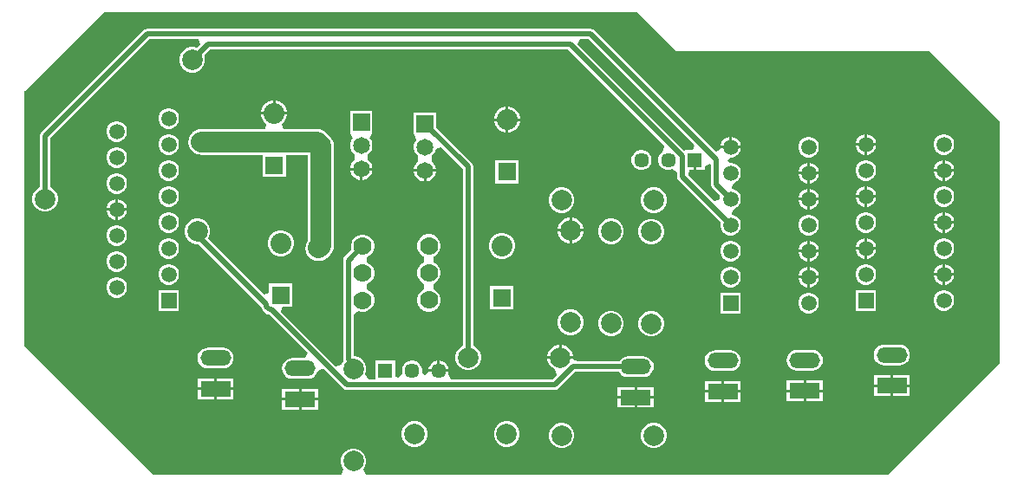
<source format=gbr>
%TF.GenerationSoftware,Altium Limited,Altium Designer,25.8.1 (18)*%
G04 Layer_Physical_Order=2*
G04 Layer_Color=16711680*
%FSLAX45Y45*%
%MOMM*%
%TF.SameCoordinates,5194DE87-2E3A-4D0E-B7FB-1F2D01658319*%
%TF.FilePolarity,Positive*%
%TF.FileFunction,Copper,L2,Bot,Signal*%
%TF.Part,Single*%
G01*
G75*
%TA.AperFunction,Conductor*%
%ADD10C,2.00000*%
%ADD11C,0.50000*%
%TA.AperFunction,ComponentPad*%
%ADD13O,3.00000X1.50000*%
%ADD14R,3.00000X1.50000*%
%ADD15C,1.50000*%
%ADD16C,2.00000*%
%ADD17C,1.65100*%
%ADD18C,1.45000*%
%ADD19R,1.45000X1.45000*%
%ADD20C,2.03200*%
%ADD21R,1.65100X1.65100*%
%ADD22C,1.77800*%
%ADD23R,1.77800X1.77800*%
%ADD24R,1.50000X1.50000*%
%TA.AperFunction,ViaPad*%
%ADD25C,2.00000*%
G36*
X9156700Y9220200D02*
X11633200D01*
X12319000Y8534400D01*
Y6172200D01*
X11226800Y5080000D01*
X6126453D01*
X6105742Y5130000D01*
X6107445Y5131703D01*
X6123954Y5160298D01*
X6132500Y5192191D01*
Y5225209D01*
X6123954Y5257103D01*
X6107445Y5285697D01*
X6084097Y5309045D01*
X6055502Y5325554D01*
X6023609Y5334100D01*
X5990591D01*
X5958698Y5325554D01*
X5930103Y5309045D01*
X5906755Y5285697D01*
X5890246Y5257103D01*
X5881700Y5225209D01*
Y5192191D01*
X5890246Y5160298D01*
X5906755Y5131703D01*
X5908458Y5130000D01*
X5887747Y5080000D01*
X4051300D01*
X2794000Y6337300D01*
Y8826500D01*
X2802147D01*
X3576147Y9600500D01*
X3606800Y9601200D01*
X8775700D01*
X9156700Y9220200D01*
D02*
G37*
%LPC*%
G36*
X8325376Y9436287D02*
X3991421D01*
X3971756Y9432376D01*
X3955085Y9421236D01*
X2960864Y8427015D01*
X2949724Y8410344D01*
X2945813Y8390679D01*
Y7887531D01*
X2920203Y7872745D01*
X2896855Y7849397D01*
X2880346Y7820802D01*
X2871800Y7788909D01*
Y7755891D01*
X2880346Y7723998D01*
X2896855Y7695403D01*
X2920203Y7672055D01*
X2948798Y7655546D01*
X2980691Y7647000D01*
X3013709D01*
X3045602Y7655546D01*
X3074197Y7672055D01*
X3097545Y7695403D01*
X3114054Y7723998D01*
X3122600Y7755891D01*
Y7788909D01*
X3114054Y7820802D01*
X3097545Y7849397D01*
X3074197Y7872745D01*
X3048587Y7887531D01*
Y8369393D01*
X4012706Y9333513D01*
X4491129D01*
X4511840Y9283513D01*
X4477374Y9249046D01*
X4448809Y9256700D01*
X4415791D01*
X4383898Y9248154D01*
X4355303Y9231645D01*
X4331955Y9208297D01*
X4315446Y9179702D01*
X4306900Y9147809D01*
Y9114791D01*
X4315446Y9082898D01*
X4331955Y9054303D01*
X4355303Y9030955D01*
X4383898Y9014446D01*
X4415791Y9005900D01*
X4448809D01*
X4480702Y9014446D01*
X4509297Y9030955D01*
X4532645Y9054303D01*
X4549154Y9082898D01*
X4557700Y9114791D01*
Y9147809D01*
X4550046Y9176374D01*
X4605985Y9232313D01*
X8102821D01*
X9039502Y8295632D01*
X9040482Y8280099D01*
X9028120Y8236304D01*
X9020388Y8231840D01*
X9002161Y8213612D01*
X8989272Y8191288D01*
X8982600Y8166389D01*
Y8140611D01*
X8989272Y8115712D01*
X9002161Y8093388D01*
X9020388Y8075161D01*
X9042712Y8062272D01*
X9067611Y8055600D01*
X9093389D01*
X9116213Y8061716D01*
X9118424Y8062188D01*
X9166213Y8032642D01*
Y7990900D01*
X9170124Y7971235D01*
X9181264Y7954564D01*
X9592766Y7543061D01*
X9589700Y7531618D01*
Y7505182D01*
X9596542Y7479647D01*
X9609760Y7456753D01*
X9628453Y7438060D01*
X9651347Y7424842D01*
X9676882Y7418000D01*
X9703318D01*
X9728853Y7424842D01*
X9751747Y7438060D01*
X9770440Y7456753D01*
X9783658Y7479647D01*
X9790500Y7505182D01*
Y7531618D01*
X9783658Y7557153D01*
X9770440Y7580047D01*
X9751747Y7598740D01*
X9728853Y7611958D01*
X9706575Y7617927D01*
X9702492Y7620070D01*
X9701235Y7622000D01*
X9701655Y7632064D01*
X9724636Y7677712D01*
X9728853Y7678842D01*
X9751747Y7692060D01*
X9770440Y7710753D01*
X9783658Y7733647D01*
X9790500Y7759182D01*
Y7785618D01*
X9783658Y7811153D01*
X9770440Y7834047D01*
X9751747Y7852740D01*
X9728853Y7865958D01*
X9706575Y7871927D01*
X9702492Y7874070D01*
X9701235Y7876000D01*
X9701655Y7886064D01*
X9724636Y7931712D01*
X9728853Y7932842D01*
X9751747Y7946060D01*
X9770440Y7964753D01*
X9783658Y7987647D01*
X9790500Y8013182D01*
Y8039618D01*
X9783658Y8065153D01*
X9770440Y8088047D01*
X9751747Y8106740D01*
X9728853Y8119958D01*
X9703318Y8126800D01*
X9676882D01*
X9655841Y8153052D01*
X9655938Y8153174D01*
X9692501Y8180000D01*
X9703318D01*
X9728853Y8186842D01*
X9751747Y8200060D01*
X9770440Y8218753D01*
X9783658Y8241647D01*
X9790500Y8267182D01*
Y8267700D01*
X9589700D01*
Y8267182D01*
X9590880Y8262780D01*
X9546051Y8236898D01*
X8361713Y9421236D01*
X8345041Y9432376D01*
X8325376Y9436287D01*
D02*
G37*
G36*
X5249120Y8737600D02*
X5245100D01*
Y8623300D01*
X5359400D01*
Y8627320D01*
X5350745Y8659620D01*
X5334025Y8688580D01*
X5310380Y8712225D01*
X5281420Y8728945D01*
X5249120Y8737600D01*
D02*
G37*
G36*
X5219700D02*
X5215680D01*
X5183380Y8728945D01*
X5154420Y8712225D01*
X5130775Y8688580D01*
X5114055Y8659620D01*
X5105400Y8627320D01*
Y8623300D01*
X5219700D01*
Y8737600D01*
D02*
G37*
G36*
X7522420Y8674100D02*
X7518400D01*
Y8559800D01*
X7632700D01*
Y8563820D01*
X7624045Y8596120D01*
X7607325Y8625080D01*
X7583680Y8648725D01*
X7554720Y8665445D01*
X7522420Y8674100D01*
D02*
G37*
G36*
X7493000D02*
X7488980D01*
X7456680Y8665445D01*
X7427720Y8648725D01*
X7404075Y8625080D01*
X7387355Y8596120D01*
X7378700Y8563820D01*
Y8559800D01*
X7493000D01*
Y8674100D01*
D02*
G37*
G36*
X4216918Y8660200D02*
X4190482D01*
X4164947Y8653358D01*
X4142053Y8640140D01*
X4123360Y8621447D01*
X4110142Y8598553D01*
X4103300Y8573018D01*
Y8546582D01*
X4110142Y8521047D01*
X4123360Y8498153D01*
X4142053Y8479460D01*
X4164947Y8466242D01*
X4190482Y8459400D01*
X4216918D01*
X4242453Y8466242D01*
X4265347Y8479460D01*
X4284040Y8498153D01*
X4297258Y8521047D01*
X4304100Y8546582D01*
Y8573018D01*
X4297258Y8598553D01*
X4284040Y8621447D01*
X4265347Y8640140D01*
X4242453Y8653358D01*
X4216918Y8660200D01*
D02*
G37*
G36*
X7632700Y8534400D02*
X7518400D01*
Y8420100D01*
X7522420D01*
X7554720Y8428755D01*
X7583680Y8445475D01*
X7607325Y8469120D01*
X7624045Y8498080D01*
X7632700Y8530380D01*
Y8534400D01*
D02*
G37*
G36*
X7493000D02*
X7378700D01*
Y8530380D01*
X7387355Y8498080D01*
X7404075Y8469120D01*
X7427720Y8445475D01*
X7456680Y8428755D01*
X7488980Y8420100D01*
X7493000D01*
Y8534400D01*
D02*
G37*
G36*
X3708918Y8533200D02*
X3682482D01*
X3656947Y8526358D01*
X3634053Y8513140D01*
X3615360Y8494447D01*
X3602142Y8471553D01*
X3595300Y8446018D01*
Y8419582D01*
X3602142Y8394047D01*
X3615360Y8371153D01*
X3634053Y8352460D01*
X3656947Y8339242D01*
X3682482Y8332400D01*
X3708918D01*
X3734453Y8339242D01*
X3757347Y8352460D01*
X3776040Y8371153D01*
X3789258Y8394047D01*
X3796100Y8419582D01*
Y8446018D01*
X3789258Y8471553D01*
X3776040Y8494447D01*
X3757347Y8513140D01*
X3734453Y8526358D01*
X3708918Y8533200D01*
D02*
G37*
G36*
X11024118Y8406200D02*
X11023600D01*
Y8318500D01*
X11111300D01*
Y8319018D01*
X11104458Y8344553D01*
X11091240Y8367447D01*
X11072547Y8386140D01*
X11049653Y8399358D01*
X11024118Y8406200D01*
D02*
G37*
G36*
X10998200D02*
X10997682D01*
X10972147Y8399358D01*
X10949253Y8386140D01*
X10930560Y8367447D01*
X10917342Y8344553D01*
X10910500Y8319018D01*
Y8318500D01*
X10998200D01*
Y8406200D01*
D02*
G37*
G36*
X9703318Y8380800D02*
X9702800D01*
Y8293100D01*
X9790500D01*
Y8293618D01*
X9783658Y8319153D01*
X9770440Y8342047D01*
X9751747Y8360740D01*
X9728853Y8373958D01*
X9703318Y8380800D01*
D02*
G37*
G36*
X9677400D02*
X9676882D01*
X9651347Y8373958D01*
X9628453Y8360740D01*
X9609760Y8342047D01*
X9596542Y8319153D01*
X9589700Y8293618D01*
Y8293100D01*
X9677400D01*
Y8380800D01*
D02*
G37*
G36*
X11786118Y8406200D02*
X11759682D01*
X11734147Y8399358D01*
X11711253Y8386140D01*
X11692560Y8367447D01*
X11679342Y8344553D01*
X11672500Y8319018D01*
Y8292582D01*
X11679342Y8267047D01*
X11692560Y8244153D01*
X11711253Y8225460D01*
X11734147Y8212242D01*
X11759682Y8205400D01*
X11786118D01*
X11811653Y8212242D01*
X11834547Y8225460D01*
X11853240Y8244153D01*
X11866458Y8267047D01*
X11873300Y8292582D01*
Y8319018D01*
X11866458Y8344553D01*
X11853240Y8367447D01*
X11834547Y8386140D01*
X11811653Y8399358D01*
X11786118Y8406200D01*
D02*
G37*
G36*
X11111300Y8293100D02*
X11023600D01*
Y8205400D01*
X11024118D01*
X11049653Y8212242D01*
X11072547Y8225460D01*
X11091240Y8244153D01*
X11104458Y8267047D01*
X11111300Y8292582D01*
Y8293100D01*
D02*
G37*
G36*
X10998200D02*
X10910500D01*
Y8292582D01*
X10917342Y8267047D01*
X10930560Y8244153D01*
X10949253Y8225460D01*
X10972147Y8212242D01*
X10997682Y8205400D01*
X10998200D01*
Y8293100D01*
D02*
G37*
G36*
X4216918Y8406200D02*
X4190482D01*
X4164947Y8399358D01*
X4142053Y8386140D01*
X4123360Y8367447D01*
X4110142Y8344553D01*
X4103300Y8319018D01*
Y8292582D01*
X4110142Y8267047D01*
X4123360Y8244153D01*
X4142053Y8225460D01*
X4164947Y8212242D01*
X4190482Y8205400D01*
X4216918D01*
X4242453Y8212242D01*
X4265347Y8225460D01*
X4284040Y8244153D01*
X4297258Y8267047D01*
X4304100Y8292582D01*
Y8319018D01*
X4297258Y8344553D01*
X4284040Y8367447D01*
X4265347Y8386140D01*
X4242453Y8399358D01*
X4216918Y8406200D01*
D02*
G37*
G36*
X10465318Y8380800D02*
X10438882D01*
X10413347Y8373958D01*
X10390453Y8360740D01*
X10371760Y8342047D01*
X10358542Y8319153D01*
X10351700Y8293618D01*
Y8267182D01*
X10358542Y8241647D01*
X10371760Y8218753D01*
X10390453Y8200060D01*
X10413347Y8186842D01*
X10438882Y8180000D01*
X10465318D01*
X10490853Y8186842D01*
X10513747Y8200060D01*
X10532440Y8218753D01*
X10545658Y8241647D01*
X10552500Y8267182D01*
Y8293618D01*
X10545658Y8319153D01*
X10532440Y8342047D01*
X10513747Y8360740D01*
X10490853Y8373958D01*
X10465318Y8380800D01*
D02*
G37*
G36*
X3708918Y8279200D02*
X3682482D01*
X3656947Y8272358D01*
X3634053Y8259140D01*
X3615360Y8240447D01*
X3602142Y8217553D01*
X3595300Y8192018D01*
Y8165582D01*
X3602142Y8140047D01*
X3615360Y8117153D01*
X3634053Y8098460D01*
X3656947Y8085242D01*
X3682482Y8078400D01*
X3708918D01*
X3734453Y8085242D01*
X3757347Y8098460D01*
X3776040Y8117153D01*
X3789258Y8140047D01*
X3796100Y8165582D01*
Y8192018D01*
X3789258Y8217553D01*
X3776040Y8240447D01*
X3757347Y8259140D01*
X3734453Y8272358D01*
X3708918Y8279200D01*
D02*
G37*
G36*
X6191250Y8629650D02*
X5975350D01*
Y8413750D01*
X5980575D01*
X6001286Y8363750D01*
X5996919Y8359383D01*
X5982707Y8334767D01*
X5975350Y8307312D01*
Y8278888D01*
X5982707Y8251433D01*
X5996919Y8226817D01*
X6017017Y8206719D01*
Y8150881D01*
X5996919Y8130783D01*
X5982707Y8106167D01*
X5975350Y8078712D01*
Y8077200D01*
X6083300D01*
X6191250D01*
Y8078712D01*
X6183893Y8106167D01*
X6169681Y8130783D01*
X6149583Y8150881D01*
X6149583Y8206719D01*
X6169681Y8226817D01*
X6183893Y8251433D01*
X6191250Y8278888D01*
Y8307312D01*
X6183893Y8334767D01*
X6169681Y8359383D01*
X6165314Y8363750D01*
X6186025Y8413750D01*
X6191250D01*
Y8629650D01*
D02*
G37*
G36*
X11786118Y8152200D02*
X11785600D01*
Y8064500D01*
X11873300D01*
Y8065018D01*
X11866458Y8090553D01*
X11853240Y8113447D01*
X11834547Y8132140D01*
X11811653Y8145358D01*
X11786118Y8152200D01*
D02*
G37*
G36*
X11760200D02*
X11759682D01*
X11734147Y8145358D01*
X11711253Y8132140D01*
X11692560Y8113447D01*
X11679342Y8090553D01*
X11672500Y8065018D01*
Y8064500D01*
X11760200D01*
Y8152200D01*
D02*
G37*
G36*
X8833389Y8251400D02*
X8807611D01*
X8782712Y8244728D01*
X8760388Y8231840D01*
X8742161Y8213612D01*
X8729272Y8191288D01*
X8722600Y8166389D01*
Y8140611D01*
X8729272Y8115712D01*
X8742161Y8093388D01*
X8760388Y8075161D01*
X8782712Y8062272D01*
X8807611Y8055600D01*
X8833389D01*
X8858288Y8062272D01*
X8880612Y8075161D01*
X8898839Y8093388D01*
X8911728Y8115712D01*
X8918400Y8140611D01*
Y8166389D01*
X8911728Y8191288D01*
X8898839Y8213612D01*
X8880612Y8231840D01*
X8858288Y8244728D01*
X8833389Y8251400D01*
D02*
G37*
G36*
X10465318Y8126800D02*
X10464800D01*
Y8039100D01*
X10552500D01*
Y8039618D01*
X10545658Y8065153D01*
X10532440Y8088047D01*
X10513747Y8106740D01*
X10490853Y8119958D01*
X10465318Y8126800D01*
D02*
G37*
G36*
X10439400D02*
X10438882D01*
X10413347Y8119958D01*
X10390453Y8106740D01*
X10371760Y8088047D01*
X10358542Y8065153D01*
X10351700Y8039618D01*
Y8039100D01*
X10439400D01*
Y8126800D01*
D02*
G37*
G36*
X6191250Y8051800D02*
X6096000D01*
Y7956550D01*
X6097512D01*
X6124967Y7963907D01*
X6149583Y7978119D01*
X6169681Y7998217D01*
X6183893Y8022833D01*
X6191250Y8050288D01*
Y8051800D01*
D02*
G37*
G36*
X6070600D02*
X5975350D01*
Y8050288D01*
X5982707Y8022833D01*
X5996919Y7998217D01*
X6017017Y7978119D01*
X6041633Y7963907D01*
X6069088Y7956550D01*
X6070600D01*
Y8051800D01*
D02*
G37*
G36*
X11873300Y8039100D02*
X11785600D01*
Y7951400D01*
X11786118D01*
X11811653Y7958242D01*
X11834547Y7971460D01*
X11853240Y7990153D01*
X11866458Y8013047D01*
X11873300Y8038582D01*
Y8039100D01*
D02*
G37*
G36*
X11760200D02*
X11672500D01*
Y8038582D01*
X11679342Y8013047D01*
X11692560Y7990153D01*
X11711253Y7971460D01*
X11734147Y7958242D01*
X11759682Y7951400D01*
X11760200D01*
Y8039100D01*
D02*
G37*
G36*
X11024118Y8152200D02*
X10997682D01*
X10972147Y8145358D01*
X10949253Y8132140D01*
X10930560Y8113447D01*
X10917342Y8090553D01*
X10910500Y8065018D01*
Y8038582D01*
X10917342Y8013047D01*
X10930560Y7990153D01*
X10949253Y7971460D01*
X10972147Y7958242D01*
X10997682Y7951400D01*
X11024118D01*
X11049653Y7958242D01*
X11072547Y7971460D01*
X11091240Y7990153D01*
X11104458Y8013047D01*
X11111300Y8038582D01*
Y8065018D01*
X11104458Y8090553D01*
X11091240Y8113447D01*
X11072547Y8132140D01*
X11049653Y8145358D01*
X11024118Y8152200D01*
D02*
G37*
G36*
X4216918D02*
X4190482D01*
X4164947Y8145358D01*
X4142053Y8132140D01*
X4123360Y8113447D01*
X4110142Y8090553D01*
X4103300Y8065018D01*
Y8038582D01*
X4110142Y8013047D01*
X4123360Y7990153D01*
X4142053Y7971460D01*
X4164947Y7958242D01*
X4190482Y7951400D01*
X4216918D01*
X4242453Y7958242D01*
X4265347Y7971460D01*
X4284040Y7990153D01*
X4297258Y8013047D01*
X4304100Y8038582D01*
Y8065018D01*
X4297258Y8090553D01*
X4284040Y8113447D01*
X4265347Y8132140D01*
X4242453Y8145358D01*
X4216918Y8152200D01*
D02*
G37*
G36*
X6813550Y8039100D02*
X6718300D01*
Y7943850D01*
X6719812D01*
X6747267Y7951207D01*
X6771883Y7965419D01*
X6791981Y7985517D01*
X6806193Y8010133D01*
X6813550Y8037588D01*
Y8039100D01*
D02*
G37*
G36*
X6692900D02*
X6597650D01*
Y8037588D01*
X6605007Y8010133D01*
X6619219Y7985517D01*
X6639317Y7965419D01*
X6663933Y7951207D01*
X6691388Y7943850D01*
X6692900D01*
Y8039100D01*
D02*
G37*
G36*
X10552500Y8013700D02*
X10464800D01*
Y7926000D01*
X10465318D01*
X10490853Y7932842D01*
X10513747Y7946060D01*
X10532440Y7964753D01*
X10545658Y7987647D01*
X10552500Y8013182D01*
Y8013700D01*
D02*
G37*
G36*
X10439400D02*
X10351700D01*
Y8013182D01*
X10358542Y7987647D01*
X10371760Y7964753D01*
X10390453Y7946060D01*
X10413347Y7932842D01*
X10438882Y7926000D01*
X10439400D01*
Y8013700D01*
D02*
G37*
G36*
X7620000Y8153400D02*
X7391400D01*
Y7924800D01*
X7620000D01*
Y8153400D01*
D02*
G37*
G36*
X3708918Y8025200D02*
X3682482D01*
X3656947Y8018358D01*
X3634053Y8005140D01*
X3615360Y7986447D01*
X3602142Y7963553D01*
X3595300Y7938018D01*
Y7911582D01*
X3602142Y7886047D01*
X3615360Y7863153D01*
X3634053Y7844460D01*
X3656947Y7831242D01*
X3682482Y7824400D01*
X3708918D01*
X3734453Y7831242D01*
X3757347Y7844460D01*
X3776040Y7863153D01*
X3789258Y7886047D01*
X3796100Y7911582D01*
Y7938018D01*
X3789258Y7963553D01*
X3776040Y7986447D01*
X3757347Y8005140D01*
X3734453Y8018358D01*
X3708918Y8025200D01*
D02*
G37*
G36*
X11024118Y7898200D02*
X11023600D01*
Y7810500D01*
X11111300D01*
Y7811018D01*
X11104458Y7836553D01*
X11091240Y7859447D01*
X11072547Y7878140D01*
X11049653Y7891358D01*
X11024118Y7898200D01*
D02*
G37*
G36*
X10998200D02*
X10997682D01*
X10972147Y7891358D01*
X10949253Y7878140D01*
X10930560Y7859447D01*
X10917342Y7836553D01*
X10910500Y7811018D01*
Y7810500D01*
X10998200D01*
Y7898200D01*
D02*
G37*
G36*
X10465318Y7872800D02*
X10464800D01*
Y7785100D01*
X10552500D01*
Y7785618D01*
X10545658Y7811153D01*
X10532440Y7834047D01*
X10513747Y7852740D01*
X10490853Y7865958D01*
X10465318Y7872800D01*
D02*
G37*
G36*
X10439400D02*
X10438882D01*
X10413347Y7865958D01*
X10390453Y7852740D01*
X10371760Y7834047D01*
X10358542Y7811153D01*
X10351700Y7785618D01*
Y7785100D01*
X10439400D01*
Y7872800D01*
D02*
G37*
G36*
X11786118Y7898200D02*
X11759682D01*
X11734147Y7891358D01*
X11711253Y7878140D01*
X11692560Y7859447D01*
X11679342Y7836553D01*
X11672500Y7811018D01*
Y7784582D01*
X11679342Y7759047D01*
X11692560Y7736153D01*
X11711253Y7717460D01*
X11734147Y7704242D01*
X11759682Y7697400D01*
X11786118D01*
X11811653Y7704242D01*
X11834547Y7717460D01*
X11853240Y7736153D01*
X11866458Y7759047D01*
X11873300Y7784582D01*
Y7811018D01*
X11866458Y7836553D01*
X11853240Y7859447D01*
X11834547Y7878140D01*
X11811653Y7891358D01*
X11786118Y7898200D01*
D02*
G37*
G36*
X11111300Y7785100D02*
X11023600D01*
Y7697400D01*
X11024118D01*
X11049653Y7704242D01*
X11072547Y7717460D01*
X11091240Y7736153D01*
X11104458Y7759047D01*
X11111300Y7784582D01*
Y7785100D01*
D02*
G37*
G36*
X10998200D02*
X10910500D01*
Y7784582D01*
X10917342Y7759047D01*
X10930560Y7736153D01*
X10949253Y7717460D01*
X10972147Y7704242D01*
X10997682Y7697400D01*
X10998200D01*
Y7785100D01*
D02*
G37*
G36*
X4216918Y7898200D02*
X4190482D01*
X4164947Y7891358D01*
X4142053Y7878140D01*
X4123360Y7859447D01*
X4110142Y7836553D01*
X4103300Y7811018D01*
Y7784582D01*
X4110142Y7759047D01*
X4123360Y7736153D01*
X4142053Y7717460D01*
X4164947Y7704242D01*
X4190482Y7697400D01*
X4216918D01*
X4242453Y7704242D01*
X4265347Y7717460D01*
X4284040Y7736153D01*
X4297258Y7759047D01*
X4304100Y7784582D01*
Y7811018D01*
X4297258Y7836553D01*
X4284040Y7859447D01*
X4265347Y7878140D01*
X4242453Y7891358D01*
X4216918Y7898200D01*
D02*
G37*
G36*
X3708918Y7771200D02*
X3708400D01*
Y7683500D01*
X3796100D01*
Y7684018D01*
X3789258Y7709553D01*
X3776040Y7732447D01*
X3757347Y7751140D01*
X3734453Y7764358D01*
X3708918Y7771200D01*
D02*
G37*
G36*
X3683000D02*
X3682482D01*
X3656947Y7764358D01*
X3634053Y7751140D01*
X3615360Y7732447D01*
X3602142Y7709553D01*
X3595300Y7684018D01*
Y7683500D01*
X3683000D01*
Y7771200D01*
D02*
G37*
G36*
X10552500Y7759700D02*
X10464800D01*
Y7672000D01*
X10465318D01*
X10490853Y7678842D01*
X10513747Y7692060D01*
X10532440Y7710753D01*
X10545658Y7733647D01*
X10552500Y7759182D01*
Y7759700D01*
D02*
G37*
G36*
X10439400D02*
X10351700D01*
Y7759182D01*
X10358542Y7733647D01*
X10371760Y7710753D01*
X10390453Y7692060D01*
X10413347Y7678842D01*
X10438882Y7672000D01*
X10439400D01*
Y7759700D01*
D02*
G37*
G36*
X8955609Y7885100D02*
X8922591D01*
X8890697Y7876554D01*
X8862103Y7860045D01*
X8838755Y7836697D01*
X8822246Y7808102D01*
X8813700Y7776209D01*
Y7743191D01*
X8822246Y7711298D01*
X8838755Y7682703D01*
X8862103Y7659355D01*
X8890697Y7642846D01*
X8922591Y7634300D01*
X8955609D01*
X8987502Y7642846D01*
X9016097Y7659355D01*
X9039445Y7682703D01*
X9055954Y7711298D01*
X9064500Y7743191D01*
Y7776209D01*
X9055954Y7808102D01*
X9039445Y7836697D01*
X9016097Y7860045D01*
X8987502Y7876554D01*
X8955609Y7885100D01*
D02*
G37*
G36*
X8055609D02*
X8022591D01*
X7990698Y7876554D01*
X7962103Y7860045D01*
X7938755Y7836697D01*
X7922246Y7808102D01*
X7913700Y7776209D01*
Y7743191D01*
X7922246Y7711298D01*
X7938755Y7682703D01*
X7962103Y7659355D01*
X7990698Y7642846D01*
X8022591Y7634300D01*
X8055609D01*
X8087502Y7642846D01*
X8116097Y7659355D01*
X8139445Y7682703D01*
X8155954Y7711298D01*
X8164500Y7743191D01*
Y7776209D01*
X8155954Y7808102D01*
X8139445Y7836697D01*
X8116097Y7860045D01*
X8087502Y7876554D01*
X8055609Y7885100D01*
D02*
G37*
G36*
X3796100Y7658100D02*
X3708400D01*
Y7570400D01*
X3708918D01*
X3734453Y7577242D01*
X3757347Y7590460D01*
X3776040Y7609153D01*
X3789258Y7632047D01*
X3796100Y7657582D01*
Y7658100D01*
D02*
G37*
G36*
X3683000D02*
X3595300D01*
Y7657582D01*
X3602142Y7632047D01*
X3615360Y7609153D01*
X3634053Y7590460D01*
X3656947Y7577242D01*
X3682482Y7570400D01*
X3683000D01*
Y7658100D01*
D02*
G37*
G36*
X11786118Y7644200D02*
X11785600D01*
Y7556500D01*
X11873300D01*
Y7557018D01*
X11866458Y7582553D01*
X11853240Y7605447D01*
X11834547Y7624140D01*
X11811653Y7637358D01*
X11786118Y7644200D01*
D02*
G37*
G36*
X11760200D02*
X11759682D01*
X11734147Y7637358D01*
X11711253Y7624140D01*
X11692560Y7605447D01*
X11679342Y7582553D01*
X11672500Y7557018D01*
Y7556500D01*
X11760200D01*
Y7644200D01*
D02*
G37*
G36*
X8144509Y7591300D02*
X8140700D01*
Y7478600D01*
X8253400D01*
Y7482409D01*
X8244854Y7514302D01*
X8228345Y7542897D01*
X8204997Y7566245D01*
X8176402Y7582754D01*
X8144509Y7591300D01*
D02*
G37*
G36*
X8115300D02*
X8111491D01*
X8079598Y7582754D01*
X8051003Y7566245D01*
X8027655Y7542897D01*
X8011146Y7514302D01*
X8002600Y7482409D01*
Y7478600D01*
X8115300D01*
Y7591300D01*
D02*
G37*
G36*
X11873300Y7531100D02*
X11785600D01*
Y7443400D01*
X11786118D01*
X11811653Y7450242D01*
X11834547Y7463460D01*
X11853240Y7482153D01*
X11866458Y7505047D01*
X11873300Y7530582D01*
Y7531100D01*
D02*
G37*
G36*
X11760200D02*
X11672500D01*
Y7530582D01*
X11679342Y7505047D01*
X11692560Y7482153D01*
X11711253Y7463460D01*
X11734147Y7450242D01*
X11759682Y7443400D01*
X11760200D01*
Y7531100D01*
D02*
G37*
G36*
X11024118Y7644200D02*
X10997682D01*
X10972147Y7637358D01*
X10949253Y7624140D01*
X10930560Y7605447D01*
X10917342Y7582553D01*
X10910500Y7557018D01*
Y7530582D01*
X10917342Y7505047D01*
X10930560Y7482153D01*
X10949253Y7463460D01*
X10972147Y7450242D01*
X10997682Y7443400D01*
X11024118D01*
X11049653Y7450242D01*
X11072547Y7463460D01*
X11091240Y7482153D01*
X11104458Y7505047D01*
X11111300Y7530582D01*
Y7557018D01*
X11104458Y7582553D01*
X11091240Y7605447D01*
X11072547Y7624140D01*
X11049653Y7637358D01*
X11024118Y7644200D01*
D02*
G37*
G36*
X4216918D02*
X4190482D01*
X4164947Y7637358D01*
X4142053Y7624140D01*
X4123360Y7605447D01*
X4110142Y7582553D01*
X4103300Y7557018D01*
Y7530582D01*
X4110142Y7505047D01*
X4123360Y7482153D01*
X4142053Y7463460D01*
X4164947Y7450242D01*
X4190482Y7443400D01*
X4216918D01*
X4242453Y7450242D01*
X4265347Y7463460D01*
X4284040Y7482153D01*
X4297258Y7505047D01*
X4304100Y7530582D01*
Y7557018D01*
X4297258Y7582553D01*
X4284040Y7605447D01*
X4265347Y7624140D01*
X4242453Y7637358D01*
X4216918Y7644200D01*
D02*
G37*
G36*
X10465318Y7618800D02*
X10438882D01*
X10413347Y7611958D01*
X10390453Y7598740D01*
X10371760Y7580047D01*
X10358542Y7557153D01*
X10351700Y7531618D01*
Y7505182D01*
X10358542Y7479647D01*
X10371760Y7456753D01*
X10390453Y7438060D01*
X10413347Y7424842D01*
X10438882Y7418000D01*
X10465318D01*
X10490853Y7424842D01*
X10513747Y7438060D01*
X10532440Y7456753D01*
X10545658Y7479647D01*
X10552500Y7505182D01*
Y7531618D01*
X10545658Y7557153D01*
X10532440Y7580047D01*
X10513747Y7598740D01*
X10490853Y7611958D01*
X10465318Y7618800D01*
D02*
G37*
G36*
X8253400Y7453200D02*
X8140700D01*
Y7340500D01*
X8144509D01*
X8176402Y7349046D01*
X8204997Y7365555D01*
X8228345Y7388903D01*
X8244854Y7417497D01*
X8253400Y7449391D01*
Y7453200D01*
D02*
G37*
G36*
X8115300D02*
X8002600D01*
Y7449391D01*
X8011146Y7417497D01*
X8027655Y7388903D01*
X8051003Y7365555D01*
X8079598Y7349046D01*
X8111491Y7340500D01*
X8115300D01*
Y7453200D01*
D02*
G37*
G36*
X8538209Y7580300D02*
X8505191D01*
X8473298Y7571754D01*
X8444703Y7555245D01*
X8421355Y7531897D01*
X8404846Y7503302D01*
X8396300Y7471409D01*
Y7438391D01*
X8404846Y7406498D01*
X8421355Y7377903D01*
X8444703Y7354555D01*
X8473298Y7338046D01*
X8505191Y7329500D01*
X8538209D01*
X8570102Y7338046D01*
X8598697Y7354555D01*
X8622045Y7377903D01*
X8638554Y7406498D01*
X8647100Y7438391D01*
Y7471409D01*
X8638554Y7503302D01*
X8622045Y7531897D01*
X8598697Y7555245D01*
X8570102Y7571754D01*
X8538209Y7580300D01*
D02*
G37*
G36*
X8931909Y7578600D02*
X8898891D01*
X8866998Y7570054D01*
X8838403Y7553545D01*
X8815055Y7530197D01*
X8798546Y7501602D01*
X8790000Y7469709D01*
Y7436691D01*
X8798546Y7404797D01*
X8815055Y7376203D01*
X8838403Y7352855D01*
X8866998Y7336346D01*
X8898891Y7327800D01*
X8931909D01*
X8963802Y7336346D01*
X8992397Y7352855D01*
X9015745Y7376203D01*
X9032254Y7404797D01*
X9040800Y7436691D01*
Y7469709D01*
X9032254Y7501602D01*
X9015745Y7530197D01*
X8992397Y7553545D01*
X8963802Y7570054D01*
X8931909Y7578600D01*
D02*
G37*
G36*
X3708918Y7517200D02*
X3682482D01*
X3656947Y7510358D01*
X3634053Y7497140D01*
X3615360Y7478447D01*
X3602142Y7455553D01*
X3595300Y7430018D01*
Y7403582D01*
X3602142Y7378047D01*
X3615360Y7355153D01*
X3634053Y7336460D01*
X3656947Y7323242D01*
X3682482Y7316400D01*
X3708918D01*
X3734453Y7323242D01*
X3757347Y7336460D01*
X3776040Y7355153D01*
X3789258Y7378047D01*
X3796100Y7403582D01*
Y7430018D01*
X3789258Y7455553D01*
X3776040Y7478447D01*
X3757347Y7497140D01*
X3734453Y7510358D01*
X3708918Y7517200D01*
D02*
G37*
G36*
X11024118Y7390200D02*
X11023600D01*
Y7302500D01*
X11111300D01*
Y7303018D01*
X11104458Y7328553D01*
X11091240Y7351447D01*
X11072547Y7370140D01*
X11049653Y7383358D01*
X11024118Y7390200D01*
D02*
G37*
G36*
X10998200D02*
X10997682D01*
X10972147Y7383358D01*
X10949253Y7370140D01*
X10930560Y7351447D01*
X10917342Y7328553D01*
X10910500Y7303018D01*
Y7302500D01*
X10998200D01*
Y7390200D01*
D02*
G37*
G36*
X10465318Y7364800D02*
X10464800D01*
Y7277100D01*
X10552500D01*
Y7277618D01*
X10545658Y7303153D01*
X10532440Y7326047D01*
X10513747Y7344740D01*
X10490853Y7357958D01*
X10465318Y7364800D01*
D02*
G37*
G36*
X10439400D02*
X10438882D01*
X10413347Y7357958D01*
X10390453Y7344740D01*
X10371760Y7326047D01*
X10358542Y7303153D01*
X10351700Y7277618D01*
Y7277100D01*
X10439400D01*
Y7364800D01*
D02*
G37*
G36*
X5312620Y7467600D02*
X5279180D01*
X5246880Y7458945D01*
X5217920Y7442225D01*
X5194275Y7418580D01*
X5177555Y7389620D01*
X5168900Y7357320D01*
Y7323880D01*
X5177555Y7291580D01*
X5194275Y7262620D01*
X5217920Y7238975D01*
X5246880Y7222255D01*
X5279180Y7213600D01*
X5312620D01*
X5344920Y7222255D01*
X5373880Y7238975D01*
X5397525Y7262620D01*
X5414245Y7291580D01*
X5422900Y7323880D01*
Y7357320D01*
X5414245Y7389620D01*
X5397525Y7418580D01*
X5373880Y7442225D01*
X5344920Y7458945D01*
X5312620Y7467600D01*
D02*
G37*
G36*
X11786118Y7390200D02*
X11759682D01*
X11734147Y7383358D01*
X11711253Y7370140D01*
X11692560Y7351447D01*
X11679342Y7328553D01*
X11672500Y7303018D01*
Y7276582D01*
X11679342Y7251047D01*
X11692560Y7228153D01*
X11711253Y7209460D01*
X11734147Y7196242D01*
X11759682Y7189400D01*
X11786118D01*
X11811653Y7196242D01*
X11834547Y7209460D01*
X11853240Y7228153D01*
X11866458Y7251047D01*
X11873300Y7276582D01*
Y7303018D01*
X11866458Y7328553D01*
X11853240Y7351447D01*
X11834547Y7370140D01*
X11811653Y7383358D01*
X11786118Y7390200D01*
D02*
G37*
G36*
X11111300Y7277100D02*
X11023600D01*
Y7189400D01*
X11024118D01*
X11049653Y7196242D01*
X11072547Y7209460D01*
X11091240Y7228153D01*
X11104458Y7251047D01*
X11111300Y7276582D01*
Y7277100D01*
D02*
G37*
G36*
X10998200D02*
X10910500D01*
Y7276582D01*
X10917342Y7251047D01*
X10930560Y7228153D01*
X10949253Y7209460D01*
X10972147Y7196242D01*
X10997682Y7189400D01*
X10998200D01*
Y7277100D01*
D02*
G37*
G36*
X4216918Y7390200D02*
X4190482D01*
X4164947Y7383358D01*
X4142053Y7370140D01*
X4123360Y7351447D01*
X4110142Y7328553D01*
X4103300Y7303018D01*
Y7276582D01*
X4110142Y7251047D01*
X4123360Y7228153D01*
X4142053Y7209460D01*
X4164947Y7196242D01*
X4190482Y7189400D01*
X4216918D01*
X4242453Y7196242D01*
X4265347Y7209460D01*
X4284040Y7228153D01*
X4297258Y7251047D01*
X4304100Y7276582D01*
Y7303018D01*
X4297258Y7328553D01*
X4284040Y7351447D01*
X4265347Y7370140D01*
X4242453Y7383358D01*
X4216918Y7390200D01*
D02*
G37*
G36*
X7471620Y7442200D02*
X7438180D01*
X7405880Y7433545D01*
X7376920Y7416825D01*
X7353275Y7393180D01*
X7336555Y7364220D01*
X7327900Y7331920D01*
Y7298480D01*
X7336555Y7266180D01*
X7353275Y7237220D01*
X7376920Y7213575D01*
X7405880Y7196855D01*
X7438180Y7188200D01*
X7471620D01*
X7503920Y7196855D01*
X7532880Y7213575D01*
X7556525Y7237220D01*
X7573245Y7266180D01*
X7581900Y7298480D01*
Y7331920D01*
X7573245Y7364220D01*
X7556525Y7393180D01*
X7532880Y7416825D01*
X7503920Y7433545D01*
X7471620Y7442200D01*
D02*
G37*
G36*
X5359400Y8597900D02*
X5232400D01*
X5105400D01*
Y8593880D01*
X5114055Y8561580D01*
X5130775Y8532620D01*
X5154420Y8508975D01*
X5156659Y8507682D01*
X5143262Y8457682D01*
X4521200D01*
X4512981Y8456600D01*
X4504691D01*
X4496682Y8454454D01*
X4488464Y8453372D01*
X4480805Y8450200D01*
X4472798Y8448054D01*
X4465618Y8443909D01*
X4457959Y8440737D01*
X4451382Y8435690D01*
X4444203Y8431545D01*
X4438342Y8425684D01*
X4431764Y8420636D01*
X4426716Y8414058D01*
X4420855Y8408197D01*
X4416710Y8401018D01*
X4411663Y8394441D01*
X4408491Y8386782D01*
X4404346Y8379602D01*
X4402200Y8371595D01*
X4399028Y8363936D01*
X4397946Y8355718D01*
X4395800Y8347709D01*
Y8339419D01*
X4394718Y8331200D01*
X4395800Y8322981D01*
Y8314691D01*
X4397946Y8306682D01*
X4399028Y8298464D01*
X4402200Y8290805D01*
X4404346Y8282798D01*
X4408491Y8275618D01*
X4411663Y8267959D01*
X4416710Y8261382D01*
X4420855Y8254203D01*
X4426716Y8248342D01*
X4431764Y8241764D01*
X4438342Y8236716D01*
X4444203Y8230855D01*
X4451382Y8226710D01*
X4457959Y8221663D01*
X4465618Y8218491D01*
X4472798Y8214346D01*
X4480805Y8212200D01*
X4488464Y8209028D01*
X4496682Y8207946D01*
X4504691Y8205800D01*
X4512981D01*
X4521200Y8204718D01*
X5118100D01*
Y7988300D01*
X5346700D01*
Y8204718D01*
X5563118D01*
Y7364963D01*
X5560739Y7360843D01*
X5555692Y7354266D01*
X5552520Y7346607D01*
X5548375Y7339427D01*
X5546229Y7331419D01*
X5543057Y7323761D01*
X5541975Y7315542D01*
X5539829Y7307534D01*
Y7299245D01*
X5538747Y7291025D01*
X5539829Y7282805D01*
Y7274516D01*
X5541975Y7266508D01*
X5543057Y7258289D01*
X5546229Y7250630D01*
X5548375Y7242622D01*
X5552520Y7235443D01*
X5555692Y7227784D01*
X5560739Y7221207D01*
X5564884Y7214027D01*
X5570745Y7208166D01*
X5575793Y7201588D01*
X5582371Y7196541D01*
X5588232Y7190680D01*
X5595411Y7186535D01*
X5601988Y7181488D01*
X5609647Y7178316D01*
X5616827Y7174171D01*
X5624835Y7172025D01*
X5632493Y7168853D01*
X5640712Y7167771D01*
X5648720Y7165625D01*
X5657009D01*
X5665229Y7164542D01*
X5673449Y7165625D01*
X5681738D01*
X5689746Y7167771D01*
X5697965Y7168853D01*
X5705624Y7172025D01*
X5713632Y7174171D01*
X5720811Y7178316D01*
X5728470Y7181488D01*
X5735047Y7186535D01*
X5742227Y7190680D01*
X5748088Y7196541D01*
X5754666Y7201588D01*
X5779036Y7225959D01*
X5799137Y7252155D01*
X5811772Y7282660D01*
X5816082Y7315396D01*
X5816082Y7315398D01*
Y8293098D01*
X5816082Y8293100D01*
X5815000Y8301320D01*
Y8309609D01*
X5812854Y8317617D01*
X5811772Y8325836D01*
X5808600Y8333495D01*
X5806454Y8341502D01*
X5802309Y8348682D01*
X5799137Y8356341D01*
X5794090Y8362918D01*
X5789945Y8370097D01*
X5784084Y8375958D01*
X5779036Y8382536D01*
X5740936Y8420636D01*
X5714741Y8440737D01*
X5684236Y8453372D01*
X5651500Y8457682D01*
X5651498Y8457682D01*
X5321538D01*
X5308141Y8507682D01*
X5310380Y8508975D01*
X5334025Y8532620D01*
X5350745Y8561580D01*
X5359400Y8593880D01*
Y8597900D01*
D02*
G37*
G36*
X10552500Y7251700D02*
X10464800D01*
Y7164000D01*
X10465318D01*
X10490853Y7170842D01*
X10513747Y7184060D01*
X10532440Y7202753D01*
X10545658Y7225647D01*
X10552500Y7251182D01*
Y7251700D01*
D02*
G37*
G36*
X10439400D02*
X10351700D01*
Y7251182D01*
X10358542Y7225647D01*
X10371760Y7202753D01*
X10390453Y7184060D01*
X10413347Y7170842D01*
X10438882Y7164000D01*
X10439400D01*
Y7251700D01*
D02*
G37*
G36*
X9703318Y7364800D02*
X9676882D01*
X9651347Y7357958D01*
X9628453Y7344740D01*
X9609760Y7326047D01*
X9596542Y7303153D01*
X9589700Y7277618D01*
Y7251182D01*
X9596542Y7225647D01*
X9609760Y7202753D01*
X9628453Y7184060D01*
X9651347Y7170842D01*
X9676882Y7164000D01*
X9703318D01*
X9728853Y7170842D01*
X9751747Y7184060D01*
X9770440Y7202753D01*
X9783658Y7225647D01*
X9790500Y7251182D01*
Y7277618D01*
X9783658Y7303153D01*
X9770440Y7326047D01*
X9751747Y7344740D01*
X9728853Y7357958D01*
X9703318Y7364800D01*
D02*
G37*
G36*
X3708918Y7263200D02*
X3682482D01*
X3656947Y7256358D01*
X3634053Y7243140D01*
X3615360Y7224447D01*
X3602142Y7201553D01*
X3595300Y7176018D01*
Y7149582D01*
X3602142Y7124047D01*
X3615360Y7101153D01*
X3634053Y7082460D01*
X3656947Y7069242D01*
X3682482Y7062400D01*
X3708918D01*
X3734453Y7069242D01*
X3757347Y7082460D01*
X3776040Y7101153D01*
X3789258Y7124047D01*
X3796100Y7149582D01*
Y7176018D01*
X3789258Y7201553D01*
X3776040Y7224447D01*
X3757347Y7243140D01*
X3734453Y7256358D01*
X3708918Y7263200D01*
D02*
G37*
G36*
X11786118Y7136200D02*
X11785600D01*
Y7048500D01*
X11873300D01*
Y7049018D01*
X11866458Y7074553D01*
X11853240Y7097447D01*
X11834547Y7116140D01*
X11811653Y7129358D01*
X11786118Y7136200D01*
D02*
G37*
G36*
X11760200D02*
X11759682D01*
X11734147Y7129358D01*
X11711253Y7116140D01*
X11692560Y7097447D01*
X11679342Y7074553D01*
X11672500Y7049018D01*
Y7048500D01*
X11760200D01*
Y7136200D01*
D02*
G37*
G36*
X10465318Y7110800D02*
X10464800D01*
Y7023100D01*
X10552500D01*
Y7023618D01*
X10545658Y7049153D01*
X10532440Y7072047D01*
X10513747Y7090740D01*
X10490853Y7103958D01*
X10465318Y7110800D01*
D02*
G37*
G36*
X10439400D02*
X10438882D01*
X10413347Y7103958D01*
X10390453Y7090740D01*
X10371760Y7072047D01*
X10358542Y7049153D01*
X10351700Y7023618D01*
Y7023100D01*
X10439400D01*
Y7110800D01*
D02*
G37*
G36*
X11873300Y7023100D02*
X11785600D01*
Y6935400D01*
X11786118D01*
X11811653Y6942242D01*
X11834547Y6955460D01*
X11853240Y6974153D01*
X11866458Y6997047D01*
X11873300Y7022582D01*
Y7023100D01*
D02*
G37*
G36*
X11760200D02*
X11672500D01*
Y7022582D01*
X11679342Y6997047D01*
X11692560Y6974153D01*
X11711253Y6955460D01*
X11734147Y6942242D01*
X11759682Y6935400D01*
X11760200D01*
Y7023100D01*
D02*
G37*
G36*
X11024118Y7136200D02*
X10997682D01*
X10972147Y7129358D01*
X10949253Y7116140D01*
X10930560Y7097447D01*
X10917342Y7074553D01*
X10910500Y7049018D01*
Y7022582D01*
X10917342Y6997047D01*
X10930560Y6974153D01*
X10949253Y6955460D01*
X10972147Y6942242D01*
X10997682Y6935400D01*
X11024118D01*
X11049653Y6942242D01*
X11072547Y6955460D01*
X11091240Y6974153D01*
X11104458Y6997047D01*
X11111300Y7022582D01*
Y7049018D01*
X11104458Y7074553D01*
X11091240Y7097447D01*
X11072547Y7116140D01*
X11049653Y7129358D01*
X11024118Y7136200D01*
D02*
G37*
G36*
X4216918D02*
X4190482D01*
X4164947Y7129358D01*
X4142053Y7116140D01*
X4123360Y7097447D01*
X4110142Y7074553D01*
X4103300Y7049018D01*
Y7022582D01*
X4110142Y6997047D01*
X4123360Y6974153D01*
X4142053Y6955460D01*
X4164947Y6942242D01*
X4190482Y6935400D01*
X4216918D01*
X4242453Y6942242D01*
X4265347Y6955460D01*
X4284040Y6974153D01*
X4297258Y6997047D01*
X4304100Y7022582D01*
Y7049018D01*
X4297258Y7074553D01*
X4284040Y7097447D01*
X4265347Y7116140D01*
X4242453Y7129358D01*
X4216918Y7136200D01*
D02*
G37*
G36*
X10552500Y6997700D02*
X10464800D01*
Y6910000D01*
X10465318D01*
X10490853Y6916842D01*
X10513747Y6930060D01*
X10532440Y6948753D01*
X10545658Y6971647D01*
X10552500Y6997182D01*
Y6997700D01*
D02*
G37*
G36*
X10439400D02*
X10351700D01*
Y6997182D01*
X10358542Y6971647D01*
X10371760Y6948753D01*
X10390453Y6930060D01*
X10413347Y6916842D01*
X10438882Y6910000D01*
X10439400D01*
Y6997700D01*
D02*
G37*
G36*
X9703318Y7110800D02*
X9676882D01*
X9651347Y7103958D01*
X9628453Y7090740D01*
X9609760Y7072047D01*
X9596542Y7049153D01*
X9589700Y7023618D01*
Y6997182D01*
X9596542Y6971647D01*
X9609760Y6948753D01*
X9628453Y6930060D01*
X9651347Y6916842D01*
X9676882Y6910000D01*
X9703318D01*
X9728853Y6916842D01*
X9751747Y6930060D01*
X9770440Y6948753D01*
X9783658Y6971647D01*
X9790500Y6997182D01*
Y7023618D01*
X9783658Y7049153D01*
X9770440Y7072047D01*
X9751747Y7090740D01*
X9728853Y7103958D01*
X9703318Y7110800D01*
D02*
G37*
G36*
X3708918Y7009200D02*
X3682482D01*
X3656947Y7002358D01*
X3634053Y6989140D01*
X3615360Y6970447D01*
X3602142Y6947553D01*
X3595300Y6922018D01*
Y6895582D01*
X3602142Y6870047D01*
X3615360Y6847153D01*
X3634053Y6828460D01*
X3656947Y6815242D01*
X3682482Y6808400D01*
X3708918D01*
X3734453Y6815242D01*
X3757347Y6828460D01*
X3776040Y6847153D01*
X3789258Y6870047D01*
X3796100Y6895582D01*
Y6922018D01*
X3789258Y6947553D01*
X3776040Y6970447D01*
X3757347Y6989140D01*
X3734453Y7002358D01*
X3708918Y7009200D01*
D02*
G37*
G36*
X7569200Y6921500D02*
X7340600D01*
Y6692900D01*
X7569200D01*
Y6921500D01*
D02*
G37*
G36*
X11786118Y6882200D02*
X11759682D01*
X11734147Y6875358D01*
X11711253Y6862140D01*
X11692560Y6843447D01*
X11679342Y6820553D01*
X11672500Y6795018D01*
Y6768582D01*
X11679342Y6743047D01*
X11692560Y6720153D01*
X11711253Y6701460D01*
X11734147Y6688242D01*
X11759682Y6681400D01*
X11786118D01*
X11811653Y6688242D01*
X11834547Y6701460D01*
X11853240Y6720153D01*
X11866458Y6743047D01*
X11873300Y6768582D01*
Y6795018D01*
X11866458Y6820553D01*
X11853240Y6843447D01*
X11834547Y6862140D01*
X11811653Y6875358D01*
X11786118Y6882200D01*
D02*
G37*
G36*
X11111300D02*
X10910500D01*
Y6681400D01*
X11111300D01*
Y6882200D01*
D02*
G37*
G36*
X4304100D02*
X4103300D01*
Y6681400D01*
X4304100D01*
Y6882200D01*
D02*
G37*
G36*
X6758748Y7426800D02*
X6728652D01*
X6699582Y7419011D01*
X6673518Y7403963D01*
X6652237Y7382682D01*
X6637189Y7356618D01*
X6629400Y7327548D01*
Y7297452D01*
X6637189Y7268382D01*
X6652237Y7242318D01*
X6673518Y7221037D01*
X6698653Y7206526D01*
X6699581Y7202737D01*
Y7158263D01*
X6698653Y7154474D01*
X6673518Y7139963D01*
X6652237Y7118682D01*
X6637189Y7092618D01*
X6629400Y7063548D01*
Y7033452D01*
X6637189Y7004382D01*
X6652237Y6978318D01*
X6673518Y6957037D01*
X6698653Y6942526D01*
X6699581Y6938737D01*
Y6894263D01*
X6698653Y6890474D01*
X6673518Y6875963D01*
X6652237Y6854682D01*
X6637189Y6828618D01*
X6629400Y6799548D01*
Y6769452D01*
X6637189Y6740382D01*
X6652237Y6714318D01*
X6673518Y6693037D01*
X6699582Y6677989D01*
X6728652Y6670200D01*
X6758748D01*
X6787818Y6677989D01*
X6813882Y6693037D01*
X6835163Y6714318D01*
X6850211Y6740382D01*
X6858000Y6769452D01*
Y6799548D01*
X6850211Y6828618D01*
X6835163Y6854682D01*
X6813882Y6875963D01*
X6788747Y6890474D01*
X6787819Y6894263D01*
Y6938737D01*
X6788747Y6942526D01*
X6813882Y6957037D01*
X6835163Y6978318D01*
X6850211Y7004382D01*
X6858000Y7033452D01*
Y7063548D01*
X6850211Y7092618D01*
X6835163Y7118682D01*
X6813882Y7139963D01*
X6788747Y7154474D01*
X6787819Y7158263D01*
Y7202737D01*
X6788747Y7206526D01*
X6813882Y7221037D01*
X6835163Y7242318D01*
X6850211Y7268382D01*
X6858000Y7297452D01*
Y7327548D01*
X6850211Y7356618D01*
X6835163Y7382682D01*
X6813882Y7403963D01*
X6787818Y7419011D01*
X6758748Y7426800D01*
D02*
G37*
G36*
X4499609Y7580300D02*
X4466591D01*
X4434698Y7571754D01*
X4406103Y7555245D01*
X4382755Y7531897D01*
X4366246Y7503302D01*
X4357700Y7471409D01*
Y7438391D01*
X4366246Y7406498D01*
X4382755Y7377903D01*
X4406103Y7354555D01*
X4434698Y7338046D01*
X4466591Y7329500D01*
X4497728D01*
X5105414Y6721814D01*
X5109124Y6703159D01*
X5120264Y6686488D01*
X5149788Y6656964D01*
X5166459Y6645824D01*
X5185114Y6642114D01*
X5559362Y6267866D01*
X5538651Y6217866D01*
X5411400D01*
X5385190Y6214416D01*
X5360767Y6204299D01*
X5339794Y6188206D01*
X5323701Y6167233D01*
X5313584Y6142810D01*
X5310134Y6116600D01*
X5313584Y6090390D01*
X5323701Y6065967D01*
X5339794Y6044994D01*
X5360767Y6028901D01*
X5385190Y6018784D01*
X5411400Y6015334D01*
X5561400D01*
X5587610Y6018784D01*
X5612033Y6028901D01*
X5633006Y6044994D01*
X5649099Y6065967D01*
X5659216Y6090390D01*
X5660020Y6096497D01*
X5710240Y6116708D01*
X5710519Y6116709D01*
X5905264Y5921964D01*
X5921935Y5910824D01*
X5941600Y5906913D01*
X7974398D01*
X7994063Y5910824D01*
X8010734Y5921964D01*
X8171483Y6082713D01*
X8600879D01*
X8616394Y6062494D01*
X8637367Y6046401D01*
X8661790Y6036284D01*
X8688000Y6032834D01*
X8838000D01*
X8864210Y6036284D01*
X8888633Y6046401D01*
X8909606Y6062494D01*
X8925699Y6083467D01*
X8935816Y6107890D01*
X8939266Y6134100D01*
X8935816Y6160310D01*
X8925699Y6184733D01*
X8909606Y6205706D01*
X8888633Y6221799D01*
X8864210Y6231916D01*
X8838000Y6235366D01*
X8688000D01*
X8661790Y6231916D01*
X8637367Y6221799D01*
X8616394Y6205706D01*
X8600879Y6185487D01*
X8197936D01*
X8151800Y6206491D01*
Y6210300D01*
X7901000D01*
Y6206491D01*
X7909546Y6174598D01*
X7926055Y6146003D01*
X7949403Y6122655D01*
X7977998Y6106146D01*
X7978678Y6105963D01*
X7993621Y6050196D01*
X7953112Y6009687D01*
X6958676D01*
X6929828Y6058212D01*
X6936500Y6083111D01*
Y6083300D01*
X6838600D01*
X6740700D01*
Y6083112D01*
X6708600Y6049249D01*
X6682601Y6076675D01*
X6676500Y6090667D01*
Y6108889D01*
X6669828Y6133788D01*
X6656939Y6156112D01*
X6638712Y6174339D01*
X6616388Y6187228D01*
X6591489Y6193900D01*
X6565711D01*
X6540812Y6187228D01*
X6518488Y6174339D01*
X6500261Y6156112D01*
X6487372Y6133788D01*
X6480700Y6108889D01*
Y6083111D01*
X6484943Y6067278D01*
X6453303Y6026730D01*
X6416500Y6036843D01*
Y6193900D01*
X6220700D01*
Y6009687D01*
X6152470D01*
X6123602Y6059687D01*
X6123954Y6060298D01*
X6132500Y6092191D01*
Y6125209D01*
X6123954Y6157102D01*
X6107445Y6185697D01*
X6084097Y6209045D01*
X6055502Y6225554D01*
X6023609Y6234100D01*
X6008087D01*
Y6642839D01*
X6040156Y6666601D01*
X6058087Y6673627D01*
X6080952Y6667500D01*
X6111048D01*
X6140118Y6675289D01*
X6166182Y6690337D01*
X6187463Y6711618D01*
X6202511Y6737682D01*
X6210300Y6766752D01*
Y6796848D01*
X6202511Y6825918D01*
X6187463Y6851982D01*
X6166182Y6873263D01*
X6141047Y6887774D01*
X6140119Y6891563D01*
Y6936037D01*
X6141047Y6939826D01*
X6166182Y6954337D01*
X6187463Y6975618D01*
X6202511Y7001682D01*
X6210300Y7030752D01*
Y7060848D01*
X6202511Y7089918D01*
X6187463Y7115982D01*
X6166182Y7137263D01*
X6141047Y7151774D01*
X6140119Y7155563D01*
Y7200037D01*
X6141047Y7203826D01*
X6166182Y7218337D01*
X6187463Y7239618D01*
X6202511Y7265682D01*
X6210300Y7294752D01*
Y7324848D01*
X6202511Y7353918D01*
X6187463Y7379982D01*
X6166182Y7401263D01*
X6140118Y7416311D01*
X6111048Y7424100D01*
X6080952D01*
X6051882Y7416311D01*
X6025818Y7401263D01*
X6004537Y7379982D01*
X5989489Y7353918D01*
X5981700Y7324848D01*
Y7294752D01*
X5987317Y7273789D01*
X5920364Y7206836D01*
X5909224Y7190165D01*
X5905313Y7170500D01*
Y6199690D01*
X5907874Y6186816D01*
X5906755Y6185697D01*
X5890246Y6157102D01*
X5889387Y6153897D01*
X5833619Y6138954D01*
X5300467Y6672106D01*
X5319601Y6718300D01*
X5410200D01*
Y6946900D01*
X5181600D01*
Y6856301D01*
X5135406Y6837167D01*
X4587554Y7385019D01*
X4599954Y7406498D01*
X4608500Y7438391D01*
Y7471409D01*
X4599954Y7503302D01*
X4583445Y7531897D01*
X4560097Y7555245D01*
X4531502Y7571754D01*
X4499609Y7580300D01*
D02*
G37*
G36*
X10465318Y6856800D02*
X10438882D01*
X10413347Y6849958D01*
X10390453Y6836740D01*
X10371760Y6818047D01*
X10358542Y6795153D01*
X10351700Y6769618D01*
Y6743182D01*
X10358542Y6717647D01*
X10371760Y6694753D01*
X10390453Y6676060D01*
X10413347Y6662842D01*
X10438882Y6656000D01*
X10465318D01*
X10490853Y6662842D01*
X10513747Y6676060D01*
X10532440Y6694753D01*
X10545658Y6717647D01*
X10552500Y6743182D01*
Y6769618D01*
X10545658Y6795153D01*
X10532440Y6818047D01*
X10513747Y6836740D01*
X10490853Y6849958D01*
X10465318Y6856800D01*
D02*
G37*
G36*
X9790500D02*
X9589700D01*
Y6656000D01*
X9790500D01*
Y6856800D01*
D02*
G37*
G36*
X8144509Y6691300D02*
X8111491D01*
X8079598Y6682754D01*
X8051003Y6666245D01*
X8027655Y6642897D01*
X8011146Y6614302D01*
X8002600Y6582409D01*
Y6549391D01*
X8011146Y6517498D01*
X8027655Y6488903D01*
X8051003Y6465555D01*
X8079598Y6449046D01*
X8111491Y6440500D01*
X8144509D01*
X8176402Y6449046D01*
X8204997Y6465555D01*
X8228345Y6488903D01*
X8244854Y6517498D01*
X8253400Y6549391D01*
Y6582409D01*
X8244854Y6614302D01*
X8228345Y6642897D01*
X8204997Y6666245D01*
X8176402Y6682754D01*
X8144509Y6691300D01*
D02*
G37*
G36*
X8538209Y6680300D02*
X8505191D01*
X8473298Y6671754D01*
X8444703Y6655245D01*
X8421355Y6631897D01*
X8404846Y6603303D01*
X8396300Y6571409D01*
Y6538391D01*
X8404846Y6506498D01*
X8421355Y6477903D01*
X8444703Y6454555D01*
X8473298Y6438046D01*
X8505191Y6429500D01*
X8538209D01*
X8570102Y6438046D01*
X8598697Y6454555D01*
X8622045Y6477903D01*
X8638554Y6506498D01*
X8647100Y6538391D01*
Y6571409D01*
X8638554Y6603303D01*
X8622045Y6631897D01*
X8598697Y6655245D01*
X8570102Y6671754D01*
X8538209Y6680300D01*
D02*
G37*
G36*
X8931909Y6678600D02*
X8898891D01*
X8866998Y6670054D01*
X8838403Y6653545D01*
X8815055Y6630197D01*
X8798546Y6601602D01*
X8790000Y6569709D01*
Y6536691D01*
X8798546Y6504798D01*
X8815055Y6476203D01*
X8838403Y6452855D01*
X8866998Y6436346D01*
X8898891Y6427800D01*
X8931909D01*
X8963802Y6436346D01*
X8992397Y6452855D01*
X9015745Y6476203D01*
X9032254Y6504798D01*
X9040800Y6536691D01*
Y6569709D01*
X9032254Y6601602D01*
X9015745Y6630197D01*
X8992397Y6653545D01*
X8963802Y6670054D01*
X8931909Y6678600D01*
D02*
G37*
G36*
X8042909Y6348400D02*
X8039100D01*
Y6235700D01*
X8151800D01*
Y6239509D01*
X8143254Y6271402D01*
X8126745Y6299997D01*
X8103397Y6323345D01*
X8074802Y6339854D01*
X8042909Y6348400D01*
D02*
G37*
G36*
X8013700D02*
X8009891D01*
X7977998Y6339854D01*
X7949403Y6323345D01*
X7926055Y6299997D01*
X7909546Y6271402D01*
X7901000Y6239509D01*
Y6235700D01*
X8013700D01*
Y6348400D01*
D02*
G37*
G36*
X11339900Y6349666D02*
X11189900D01*
X11163690Y6346216D01*
X11139267Y6336099D01*
X11118294Y6320006D01*
X11102201Y6299033D01*
X11092084Y6274610D01*
X11088634Y6248400D01*
X11092084Y6222190D01*
X11102201Y6197767D01*
X11118294Y6176794D01*
X11139267Y6160701D01*
X11163690Y6150584D01*
X11189900Y6147134D01*
X11339900D01*
X11366110Y6150584D01*
X11390533Y6160701D01*
X11411506Y6176794D01*
X11427599Y6197767D01*
X11437716Y6222190D01*
X11441166Y6248400D01*
X11437716Y6274610D01*
X11427599Y6299033D01*
X11411506Y6320006D01*
X11390533Y6336099D01*
X11366110Y6346216D01*
X11339900Y6349666D01*
D02*
G37*
G36*
X4735900Y6319466D02*
X4585900D01*
X4559690Y6316016D01*
X4535267Y6305899D01*
X4514294Y6289806D01*
X4498201Y6268833D01*
X4488084Y6244410D01*
X4484634Y6218200D01*
X4488084Y6191990D01*
X4498201Y6167567D01*
X4514294Y6146594D01*
X4535267Y6130501D01*
X4559690Y6120384D01*
X4585900Y6116934D01*
X4735900D01*
X4762110Y6120384D01*
X4786533Y6130501D01*
X4807506Y6146594D01*
X4823599Y6167567D01*
X4833716Y6191990D01*
X4837166Y6218200D01*
X4833716Y6244410D01*
X4823599Y6268833D01*
X4807506Y6289806D01*
X4786533Y6305899D01*
X4762110Y6316016D01*
X4735900Y6319466D01*
D02*
G37*
G36*
X6851489Y6193900D02*
X6851300D01*
Y6108700D01*
X6936500D01*
Y6108889D01*
X6929828Y6133788D01*
X6916939Y6156112D01*
X6898712Y6174339D01*
X6876388Y6187228D01*
X6851489Y6193900D01*
D02*
G37*
G36*
X6825900D02*
X6825711D01*
X6800812Y6187228D01*
X6778488Y6174339D01*
X6760261Y6156112D01*
X6747372Y6133788D01*
X6740700Y6108889D01*
Y6108700D01*
X6825900D01*
Y6193900D01*
D02*
G37*
G36*
X6813550Y8616950D02*
X6597650D01*
Y8401050D01*
X6602875D01*
X6623586Y8351050D01*
X6619219Y8346683D01*
X6605007Y8322067D01*
X6597650Y8294612D01*
Y8266188D01*
X6605007Y8238733D01*
X6619219Y8214117D01*
X6639317Y8194019D01*
Y8138181D01*
X6619219Y8118083D01*
X6605007Y8093467D01*
X6597650Y8066012D01*
Y8064500D01*
X6705600D01*
X6813550D01*
Y8066012D01*
X6806193Y8093467D01*
X6791981Y8118083D01*
X6771883Y8138181D01*
X6771883Y8194019D01*
X6791981Y8214117D01*
X6806193Y8238733D01*
X6811749Y8259468D01*
X6833228Y8270985D01*
X6863550Y8278378D01*
X7075013Y8066915D01*
Y6338131D01*
X7049403Y6323345D01*
X7026055Y6299997D01*
X7009546Y6271402D01*
X7001000Y6239509D01*
Y6206491D01*
X7009546Y6174598D01*
X7026055Y6146003D01*
X7049403Y6122655D01*
X7077998Y6106146D01*
X7109891Y6097600D01*
X7142909D01*
X7174803Y6106146D01*
X7203397Y6122655D01*
X7226745Y6146003D01*
X7243254Y6174598D01*
X7251800Y6206491D01*
Y6239509D01*
X7243254Y6271402D01*
X7226745Y6299997D01*
X7203397Y6323345D01*
X7177787Y6338131D01*
Y8088200D01*
X7173876Y8107865D01*
X7162736Y8124536D01*
X6813550Y8473722D01*
Y8616950D01*
D02*
G37*
G36*
X10489000Y6298866D02*
X10339000D01*
X10312790Y6295416D01*
X10288367Y6285299D01*
X10267394Y6269206D01*
X10251301Y6248233D01*
X10241184Y6223810D01*
X10237734Y6197600D01*
X10241184Y6171390D01*
X10251301Y6146967D01*
X10267394Y6125994D01*
X10288367Y6109901D01*
X10312790Y6099784D01*
X10339000Y6096334D01*
X10489000D01*
X10515210Y6099784D01*
X10539633Y6109901D01*
X10560606Y6125994D01*
X10576699Y6146967D01*
X10586816Y6171390D01*
X10590266Y6197600D01*
X10586816Y6223810D01*
X10576699Y6248233D01*
X10560606Y6269206D01*
X10539633Y6285299D01*
X10515210Y6295416D01*
X10489000Y6298866D01*
D02*
G37*
G36*
X9688900Y6294066D02*
X9538900D01*
X9512690Y6290616D01*
X9488267Y6280499D01*
X9467294Y6264406D01*
X9451201Y6243433D01*
X9441084Y6219010D01*
X9437634Y6192800D01*
X9441084Y6166590D01*
X9451201Y6142167D01*
X9467294Y6121194D01*
X9488267Y6105101D01*
X9512690Y6094984D01*
X9538900Y6091534D01*
X9688900D01*
X9715110Y6094984D01*
X9739533Y6105101D01*
X9760506Y6121194D01*
X9776599Y6142167D01*
X9786716Y6166590D01*
X9790166Y6192800D01*
X9786716Y6219010D01*
X9776599Y6243433D01*
X9760506Y6264406D01*
X9739533Y6280499D01*
X9715110Y6290616D01*
X9688900Y6294066D01*
D02*
G37*
G36*
X11440300Y6048800D02*
X11277600D01*
Y5961100D01*
X11440300D01*
Y6048800D01*
D02*
G37*
G36*
X11252200D02*
X11089500D01*
Y5961100D01*
X11252200D01*
Y6048800D01*
D02*
G37*
G36*
X4836300Y6018600D02*
X4673600D01*
Y5930900D01*
X4836300D01*
Y6018600D01*
D02*
G37*
G36*
X4648200D02*
X4485500D01*
Y5930900D01*
X4648200D01*
Y6018600D01*
D02*
G37*
G36*
X10589400Y5998000D02*
X10426700D01*
Y5910300D01*
X10589400D01*
Y5998000D01*
D02*
G37*
G36*
X10401300D02*
X10238600D01*
Y5910300D01*
X10401300D01*
Y5998000D01*
D02*
G37*
G36*
X9789300Y5993200D02*
X9626600D01*
Y5905500D01*
X9789300D01*
Y5993200D01*
D02*
G37*
G36*
X9601200D02*
X9438500D01*
Y5905500D01*
X9601200D01*
Y5993200D01*
D02*
G37*
G36*
X11440300Y5935700D02*
X11277600D01*
Y5848000D01*
X11440300D01*
Y5935700D01*
D02*
G37*
G36*
X11252200D02*
X11089500D01*
Y5848000D01*
X11252200D01*
Y5935700D01*
D02*
G37*
G36*
X8938400Y5934500D02*
X8775700D01*
Y5846800D01*
X8938400D01*
Y5934500D01*
D02*
G37*
G36*
X8750300D02*
X8587600D01*
Y5846800D01*
X8750300D01*
Y5934500D01*
D02*
G37*
G36*
X5661800Y5917000D02*
X5499100D01*
Y5829300D01*
X5661800D01*
Y5917000D01*
D02*
G37*
G36*
X5473700D02*
X5311000D01*
Y5829300D01*
X5473700D01*
Y5917000D01*
D02*
G37*
G36*
X4836300Y5905500D02*
X4673600D01*
Y5817800D01*
X4836300D01*
Y5905500D01*
D02*
G37*
G36*
X4648200D02*
X4485500D01*
Y5817800D01*
X4648200D01*
Y5905500D01*
D02*
G37*
G36*
X10589400Y5884900D02*
X10426700D01*
Y5797200D01*
X10589400D01*
Y5884900D01*
D02*
G37*
G36*
X10401300D02*
X10238600D01*
Y5797200D01*
X10401300D01*
Y5884900D01*
D02*
G37*
G36*
X9789300Y5880100D02*
X9626600D01*
Y5792400D01*
X9789300D01*
Y5880100D01*
D02*
G37*
G36*
X9601200D02*
X9438500D01*
Y5792400D01*
X9601200D01*
Y5880100D01*
D02*
G37*
G36*
X8938400Y5821400D02*
X8775700D01*
Y5733700D01*
X8938400D01*
Y5821400D01*
D02*
G37*
G36*
X8750300D02*
X8587600D01*
Y5733700D01*
X8750300D01*
Y5821400D01*
D02*
G37*
G36*
X5661800Y5803900D02*
X5499100D01*
Y5716200D01*
X5661800D01*
Y5803900D01*
D02*
G37*
G36*
X5473700D02*
X5311000D01*
Y5716200D01*
X5473700D01*
Y5803900D01*
D02*
G37*
G36*
X7520509Y5599100D02*
X7487491D01*
X7455597Y5590554D01*
X7427003Y5574045D01*
X7403655Y5550697D01*
X7387146Y5522102D01*
X7378600Y5490209D01*
Y5457191D01*
X7387146Y5425298D01*
X7403655Y5396703D01*
X7427003Y5373355D01*
X7455597Y5356846D01*
X7487491Y5348300D01*
X7520509D01*
X7552402Y5356846D01*
X7580997Y5373355D01*
X7604345Y5396703D01*
X7620854Y5425298D01*
X7629400Y5457191D01*
Y5490209D01*
X7620854Y5522102D01*
X7604345Y5550697D01*
X7580997Y5574045D01*
X7552402Y5590554D01*
X7520509Y5599100D01*
D02*
G37*
G36*
X6620509D02*
X6587491D01*
X6555598Y5590554D01*
X6527003Y5574045D01*
X6503655Y5550697D01*
X6487146Y5522102D01*
X6478600Y5490209D01*
Y5457191D01*
X6487146Y5425298D01*
X6503655Y5396703D01*
X6527003Y5373355D01*
X6555598Y5356846D01*
X6587491Y5348300D01*
X6620509D01*
X6652402Y5356846D01*
X6680997Y5373355D01*
X6704345Y5396703D01*
X6720854Y5425298D01*
X6729400Y5457191D01*
Y5490209D01*
X6720854Y5522102D01*
X6704345Y5550697D01*
X6680997Y5574045D01*
X6652402Y5590554D01*
X6620509Y5599100D01*
D02*
G37*
G36*
X8955609Y5586400D02*
X8922591D01*
X8890697Y5577854D01*
X8862103Y5561345D01*
X8838755Y5537997D01*
X8822246Y5509402D01*
X8813700Y5477509D01*
Y5444491D01*
X8822246Y5412598D01*
X8838755Y5384003D01*
X8862103Y5360655D01*
X8890697Y5344146D01*
X8922591Y5335600D01*
X8955609D01*
X8987502Y5344146D01*
X9016097Y5360655D01*
X9039445Y5384003D01*
X9055954Y5412598D01*
X9064500Y5444491D01*
Y5477509D01*
X9055954Y5509402D01*
X9039445Y5537997D01*
X9016097Y5561345D01*
X8987502Y5577854D01*
X8955609Y5586400D01*
D02*
G37*
G36*
X8055609D02*
X8022591D01*
X7990698Y5577854D01*
X7962103Y5561345D01*
X7938755Y5537997D01*
X7922246Y5509402D01*
X7913700Y5477509D01*
Y5444491D01*
X7922246Y5412598D01*
X7938755Y5384003D01*
X7962103Y5360655D01*
X7990698Y5344146D01*
X8022591Y5335600D01*
X8055609D01*
X8087502Y5344146D01*
X8116097Y5360655D01*
X8139445Y5384003D01*
X8155954Y5412598D01*
X8164500Y5444491D01*
Y5477509D01*
X8155954Y5509402D01*
X8139445Y5537997D01*
X8116097Y5561345D01*
X8087502Y5577854D01*
X8055609Y5586400D01*
D02*
G37*
%LPD*%
G36*
X9340010Y8297594D02*
X9320875Y8251400D01*
X9242600D01*
Y8251400D01*
X9233039Y8247440D01*
X8196966Y9283513D01*
X8217677Y9333513D01*
X8304091D01*
X9340010Y8297594D01*
D02*
G37*
G36*
X9353200Y8055600D02*
X9438400D01*
Y8088387D01*
X9488400Y8114498D01*
X9501034Y8105700D01*
Y7910079D01*
X9504945Y7890414D01*
X9516085Y7873743D01*
X9581577Y7808251D01*
X9582103Y7775719D01*
X9580704Y7768951D01*
X9531089Y7750083D01*
X9275572Y8005600D01*
X9284885Y8055600D01*
X9327800D01*
Y8153500D01*
X9353200D01*
Y8055600D01*
D02*
G37*
D10*
X5665229Y7291025D02*
X5689600Y7315396D01*
Y8293100D01*
X5651500Y8331200D02*
X5689600Y8293100D01*
X4521200Y8331200D02*
X5651500D01*
D11*
X4483100Y7416800D02*
Y7454900D01*
Y7416800D02*
X5156600Y6743300D01*
Y6722824D02*
Y6743300D01*
X4432300Y9131300D02*
X4584700Y9283700D01*
X8124107D01*
X2997200Y8390679D02*
X3991421Y9384900D01*
X2997200Y7772400D02*
Y8390679D01*
X3991421Y9384900D02*
X8325376D01*
X9552421Y8157855D01*
Y7910079D02*
Y8157855D01*
Y7910079D02*
X9690100Y7772400D01*
X5206600Y6693300D02*
X5941600Y5958300D01*
X5186124Y6693300D02*
X5206600D01*
X5156600Y6722824D02*
X5186124Y6693300D01*
X5941600Y5958300D02*
X7974398D01*
X8150198Y6134100D02*
X8763000D01*
X7974398Y5958300D02*
X8150198Y6134100D01*
X8124107Y9283700D02*
X9217600Y8190207D01*
Y7990900D02*
Y8190207D01*
Y7990900D02*
X9690100Y7518400D01*
X6705600Y8509000D02*
X7126400Y8088200D01*
Y6223000D02*
Y8088200D01*
X6007100Y6108700D02*
Y6149290D01*
X5956700Y6199690D02*
X6007100Y6149290D01*
X5956700Y6199690D02*
Y7170500D01*
X6096000Y7309800D01*
D13*
X8763000Y6134100D02*
D03*
X11264900Y6248400D02*
D03*
X10414000Y6197600D02*
D03*
X9613900Y6192800D02*
D03*
X5486400Y6116600D02*
D03*
X4660900Y6218200D02*
D03*
D14*
X8763000Y5834100D02*
D03*
X5486400Y5816600D02*
D03*
X4660900Y5918200D02*
D03*
X9613900Y5892800D02*
D03*
X10414000Y5897600D02*
D03*
X11264900Y5948400D02*
D03*
D15*
X11772900Y6781800D02*
D03*
X10452100Y6756400D02*
D03*
X4203700Y7797800D02*
D03*
X3695700Y7670800D02*
D03*
X10452100Y7010400D02*
D03*
Y7264400D02*
D03*
Y7772400D02*
D03*
Y8026400D02*
D03*
X9690100Y8280400D02*
D03*
X11772900Y7035800D02*
D03*
Y7543800D02*
D03*
Y8051800D02*
D03*
X11010900Y8305800D02*
D03*
Y7797800D02*
D03*
Y7289800D02*
D03*
X9690100Y8026400D02*
D03*
X3695700Y7162800D02*
D03*
X10452100Y8280400D02*
D03*
Y7518400D02*
D03*
X9690100Y7772400D02*
D03*
Y7518400D02*
D03*
Y7264400D02*
D03*
Y7010400D02*
D03*
X11772900Y8305800D02*
D03*
Y7797800D02*
D03*
Y7289800D02*
D03*
X11010900Y8051800D02*
D03*
Y7543800D02*
D03*
Y7035800D02*
D03*
X3695700Y6908800D02*
D03*
X4203700Y7035800D02*
D03*
Y7289800D02*
D03*
X3695700Y7416800D02*
D03*
X4203700Y7543800D02*
D03*
X3695700Y7924800D02*
D03*
X4203700Y8051800D02*
D03*
X3695700Y8178800D02*
D03*
X4203700Y8305800D02*
D03*
X3695700Y8432800D02*
D03*
X4203700Y8559800D02*
D03*
D16*
X8026400Y6223000D02*
D03*
X8128000Y7465900D02*
D03*
X8939100Y5461000D02*
D03*
X8039100D02*
D03*
X6604000Y5473700D02*
D03*
X7504000D02*
D03*
X8939100Y7759700D02*
D03*
X7126400Y6223000D02*
D03*
X8915400Y7453200D02*
D03*
X6007100Y6108700D02*
D03*
Y5208700D02*
D03*
X8039100Y7759700D02*
D03*
X8915400Y6553200D02*
D03*
X8128000Y6565900D02*
D03*
X8521700Y6554900D02*
D03*
Y7454900D02*
D03*
D17*
X6705600Y8051800D02*
D03*
X6083300Y8064500D02*
D03*
Y8293100D02*
D03*
X6705600Y8280400D02*
D03*
D18*
X6838600Y6096000D02*
D03*
X8820500Y8153500D02*
D03*
X9080500D02*
D03*
X6578600Y6096000D02*
D03*
D19*
X9340500Y8153500D02*
D03*
X6318600Y6096000D02*
D03*
D20*
X7505700Y8547100D02*
D03*
X5232400Y8610600D02*
D03*
X5295900Y7340600D02*
D03*
X7454900Y7315200D02*
D03*
D21*
X6705600Y8509000D02*
D03*
X6083300Y8521700D02*
D03*
D22*
X6096000Y7309800D02*
D03*
X6743700Y6784500D02*
D03*
X6096000Y6781800D02*
D03*
Y7045800D02*
D03*
X6743700Y7312500D02*
D03*
Y7048500D02*
D03*
D23*
X7454900Y6807200D02*
D03*
X5295900Y6832600D02*
D03*
X7505700Y8039100D02*
D03*
X5232400Y8102600D02*
D03*
D24*
X9690100Y6756400D02*
D03*
X11010900Y6781800D02*
D03*
X4203700D02*
D03*
D25*
X4483100Y7454900D02*
D03*
X5665229Y7291025D02*
D03*
X5689600Y8293100D02*
D03*
X4521200Y8331200D02*
D03*
X4432300Y9131300D02*
D03*
X2997200Y7772400D02*
D03*
%TF.MD5,7eb28349b33e9a2ff693963660e00ca4*%
M02*

</source>
